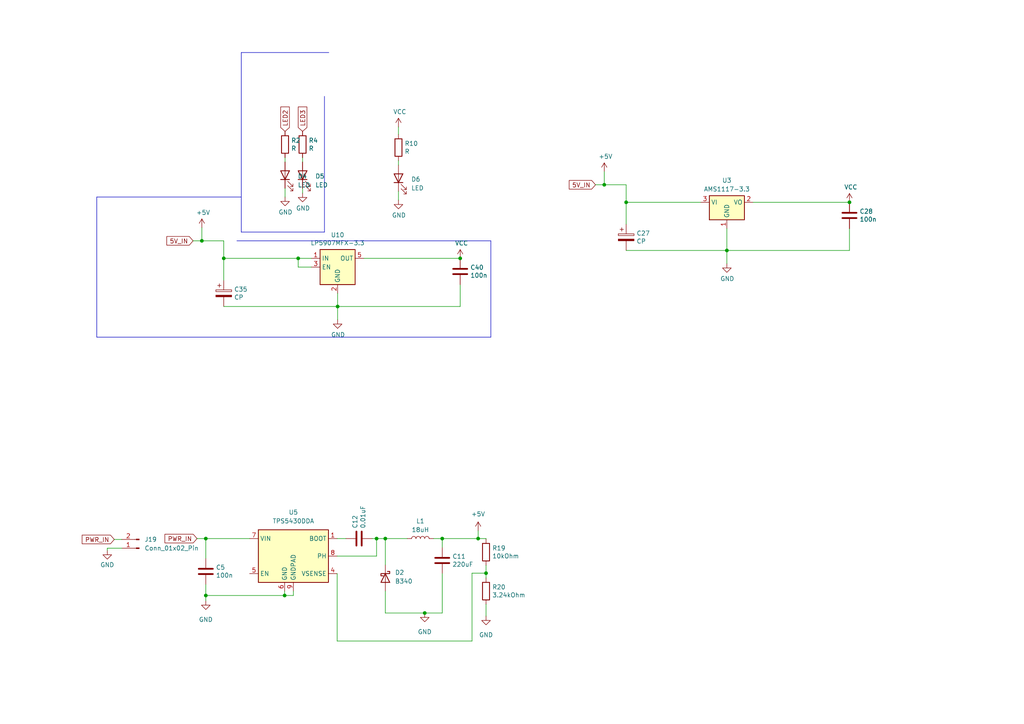
<source format=kicad_sch>
(kicad_sch (version 20230121) (generator eeschema)

  (uuid b3893a72-7d7b-4037-bcac-f246ddbad00e)

  (paper "A4")

  (lib_symbols
    (symbol "Connector:Conn_01x02_Pin" (pin_names (offset 1.016) hide) (in_bom yes) (on_board yes)
      (property "Reference" "J" (at 0 2.54 0)
        (effects (font (size 1.27 1.27)))
      )
      (property "Value" "Conn_01x02_Pin" (at 0 -5.08 0)
        (effects (font (size 1.27 1.27)))
      )
      (property "Footprint" "" (at 0 0 0)
        (effects (font (size 1.27 1.27)) hide)
      )
      (property "Datasheet" "~" (at 0 0 0)
        (effects (font (size 1.27 1.27)) hide)
      )
      (property "ki_locked" "" (at 0 0 0)
        (effects (font (size 1.27 1.27)))
      )
      (property "ki_keywords" "connector" (at 0 0 0)
        (effects (font (size 1.27 1.27)) hide)
      )
      (property "ki_description" "Generic connector, single row, 01x02, script generated" (at 0 0 0)
        (effects (font (size 1.27 1.27)) hide)
      )
      (property "ki_fp_filters" "Connector*:*_1x??_*" (at 0 0 0)
        (effects (font (size 1.27 1.27)) hide)
      )
      (symbol "Conn_01x02_Pin_1_1"
        (polyline
          (pts
            (xy 1.27 -2.54)
            (xy 0.8636 -2.54)
          )
          (stroke (width 0.1524) (type default))
          (fill (type none))
        )
        (polyline
          (pts
            (xy 1.27 0)
            (xy 0.8636 0)
          )
          (stroke (width 0.1524) (type default))
          (fill (type none))
        )
        (rectangle (start 0.8636 -2.413) (end 0 -2.667)
          (stroke (width 0.1524) (type default))
          (fill (type outline))
        )
        (rectangle (start 0.8636 0.127) (end 0 -0.127)
          (stroke (width 0.1524) (type default))
          (fill (type outline))
        )
        (pin passive line (at 5.08 0 180) (length 3.81)
          (name "Pin_1" (effects (font (size 1.27 1.27))))
          (number "1" (effects (font (size 1.27 1.27))))
        )
        (pin passive line (at 5.08 -2.54 180) (length 3.81)
          (name "Pin_2" (effects (font (size 1.27 1.27))))
          (number "2" (effects (font (size 1.27 1.27))))
        )
      )
    )
    (symbol "Device:C" (pin_numbers hide) (pin_names (offset 0.254)) (in_bom yes) (on_board yes)
      (property "Reference" "C" (at 0.635 2.54 0)
        (effects (font (size 1.27 1.27)) (justify left))
      )
      (property "Value" "C" (at 0.635 -2.54 0)
        (effects (font (size 1.27 1.27)) (justify left))
      )
      (property "Footprint" "" (at 0.9652 -3.81 0)
        (effects (font (size 1.27 1.27)) hide)
      )
      (property "Datasheet" "~" (at 0 0 0)
        (effects (font (size 1.27 1.27)) hide)
      )
      (property "ki_keywords" "cap capacitor" (at 0 0 0)
        (effects (font (size 1.27 1.27)) hide)
      )
      (property "ki_description" "Unpolarized capacitor" (at 0 0 0)
        (effects (font (size 1.27 1.27)) hide)
      )
      (property "ki_fp_filters" "C_*" (at 0 0 0)
        (effects (font (size 1.27 1.27)) hide)
      )
      (symbol "C_0_1"
        (polyline
          (pts
            (xy -2.032 -0.762)
            (xy 2.032 -0.762)
          )
          (stroke (width 0.508) (type default))
          (fill (type none))
        )
        (polyline
          (pts
            (xy -2.032 0.762)
            (xy 2.032 0.762)
          )
          (stroke (width 0.508) (type default))
          (fill (type none))
        )
      )
      (symbol "C_1_1"
        (pin passive line (at 0 3.81 270) (length 2.794)
          (name "~" (effects (font (size 1.27 1.27))))
          (number "1" (effects (font (size 1.27 1.27))))
        )
        (pin passive line (at 0 -3.81 90) (length 2.794)
          (name "~" (effects (font (size 1.27 1.27))))
          (number "2" (effects (font (size 1.27 1.27))))
        )
      )
    )
    (symbol "Device:L" (pin_numbers hide) (pin_names (offset 1.016) hide) (in_bom yes) (on_board yes)
      (property "Reference" "L" (at -1.27 0 90)
        (effects (font (size 1.27 1.27)))
      )
      (property "Value" "L" (at 1.905 0 90)
        (effects (font (size 1.27 1.27)))
      )
      (property "Footprint" "" (at 0 0 0)
        (effects (font (size 1.27 1.27)) hide)
      )
      (property "Datasheet" "~" (at 0 0 0)
        (effects (font (size 1.27 1.27)) hide)
      )
      (property "ki_keywords" "inductor choke coil reactor magnetic" (at 0 0 0)
        (effects (font (size 1.27 1.27)) hide)
      )
      (property "ki_description" "Inductor" (at 0 0 0)
        (effects (font (size 1.27 1.27)) hide)
      )
      (property "ki_fp_filters" "Choke_* *Coil* Inductor_* L_*" (at 0 0 0)
        (effects (font (size 1.27 1.27)) hide)
      )
      (symbol "L_0_1"
        (arc (start 0 -2.54) (mid 0.6323 -1.905) (end 0 -1.27)
          (stroke (width 0) (type default))
          (fill (type none))
        )
        (arc (start 0 -1.27) (mid 0.6323 -0.635) (end 0 0)
          (stroke (width 0) (type default))
          (fill (type none))
        )
        (arc (start 0 0) (mid 0.6323 0.635) (end 0 1.27)
          (stroke (width 0) (type default))
          (fill (type none))
        )
        (arc (start 0 1.27) (mid 0.6323 1.905) (end 0 2.54)
          (stroke (width 0) (type default))
          (fill (type none))
        )
      )
      (symbol "L_1_1"
        (pin passive line (at 0 3.81 270) (length 1.27)
          (name "1" (effects (font (size 1.27 1.27))))
          (number "1" (effects (font (size 1.27 1.27))))
        )
        (pin passive line (at 0 -3.81 90) (length 1.27)
          (name "2" (effects (font (size 1.27 1.27))))
          (number "2" (effects (font (size 1.27 1.27))))
        )
      )
    )
    (symbol "Device:LED" (pin_numbers hide) (pin_names (offset 1.016) hide) (in_bom yes) (on_board yes)
      (property "Reference" "D" (at 0 2.54 0)
        (effects (font (size 1.27 1.27)))
      )
      (property "Value" "LED" (at 0 -2.54 0)
        (effects (font (size 1.27 1.27)))
      )
      (property "Footprint" "" (at 0 0 0)
        (effects (font (size 1.27 1.27)) hide)
      )
      (property "Datasheet" "~" (at 0 0 0)
        (effects (font (size 1.27 1.27)) hide)
      )
      (property "ki_keywords" "LED diode" (at 0 0 0)
        (effects (font (size 1.27 1.27)) hide)
      )
      (property "ki_description" "Light emitting diode" (at 0 0 0)
        (effects (font (size 1.27 1.27)) hide)
      )
      (property "ki_fp_filters" "LED* LED_SMD:* LED_THT:*" (at 0 0 0)
        (effects (font (size 1.27 1.27)) hide)
      )
      (symbol "LED_0_1"
        (polyline
          (pts
            (xy -1.27 -1.27)
            (xy -1.27 1.27)
          )
          (stroke (width 0.254) (type default))
          (fill (type none))
        )
        (polyline
          (pts
            (xy -1.27 0)
            (xy 1.27 0)
          )
          (stroke (width 0) (type default))
          (fill (type none))
        )
        (polyline
          (pts
            (xy 1.27 -1.27)
            (xy 1.27 1.27)
            (xy -1.27 0)
            (xy 1.27 -1.27)
          )
          (stroke (width 0.254) (type default))
          (fill (type none))
        )
        (polyline
          (pts
            (xy -3.048 -0.762)
            (xy -4.572 -2.286)
            (xy -3.81 -2.286)
            (xy -4.572 -2.286)
            (xy -4.572 -1.524)
          )
          (stroke (width 0) (type default))
          (fill (type none))
        )
        (polyline
          (pts
            (xy -1.778 -0.762)
            (xy -3.302 -2.286)
            (xy -2.54 -2.286)
            (xy -3.302 -2.286)
            (xy -3.302 -1.524)
          )
          (stroke (width 0) (type default))
          (fill (type none))
        )
      )
      (symbol "LED_1_1"
        (pin passive line (at -3.81 0 0) (length 2.54)
          (name "K" (effects (font (size 1.27 1.27))))
          (number "1" (effects (font (size 1.27 1.27))))
        )
        (pin passive line (at 3.81 0 180) (length 2.54)
          (name "A" (effects (font (size 1.27 1.27))))
          (number "2" (effects (font (size 1.27 1.27))))
        )
      )
    )
    (symbol "Device:R" (pin_numbers hide) (pin_names (offset 0)) (in_bom yes) (on_board yes)
      (property "Reference" "R" (at 2.032 0 90)
        (effects (font (size 1.27 1.27)))
      )
      (property "Value" "R" (at 0 0 90)
        (effects (font (size 1.27 1.27)))
      )
      (property "Footprint" "" (at -1.778 0 90)
        (effects (font (size 1.27 1.27)) hide)
      )
      (property "Datasheet" "~" (at 0 0 0)
        (effects (font (size 1.27 1.27)) hide)
      )
      (property "ki_keywords" "R res resistor" (at 0 0 0)
        (effects (font (size 1.27 1.27)) hide)
      )
      (property "ki_description" "Resistor" (at 0 0 0)
        (effects (font (size 1.27 1.27)) hide)
      )
      (property "ki_fp_filters" "R_*" (at 0 0 0)
        (effects (font (size 1.27 1.27)) hide)
      )
      (symbol "R_0_1"
        (rectangle (start -1.016 -2.54) (end 1.016 2.54)
          (stroke (width 0.254) (type default))
          (fill (type none))
        )
      )
      (symbol "R_1_1"
        (pin passive line (at 0 3.81 270) (length 1.27)
          (name "~" (effects (font (size 1.27 1.27))))
          (number "1" (effects (font (size 1.27 1.27))))
        )
        (pin passive line (at 0 -3.81 90) (length 1.27)
          (name "~" (effects (font (size 1.27 1.27))))
          (number "2" (effects (font (size 1.27 1.27))))
        )
      )
    )
    (symbol "Diode:B340" (pin_numbers hide) (pin_names (offset 1.016) hide) (in_bom yes) (on_board yes)
      (property "Reference" "D" (at 0 2.54 0)
        (effects (font (size 1.27 1.27)))
      )
      (property "Value" "B340" (at 0 -2.54 0)
        (effects (font (size 1.27 1.27)))
      )
      (property "Footprint" "Diode_SMD:D_SMC" (at 0 -4.445 0)
        (effects (font (size 1.27 1.27)) hide)
      )
      (property "Datasheet" "http://www.jameco.com/Jameco/Products/ProdDS/1538777.pdf" (at 0 0 0)
        (effects (font (size 1.27 1.27)) hide)
      )
      (property "ki_keywords" "diode Schottky" (at 0 0 0)
        (effects (font (size 1.27 1.27)) hide)
      )
      (property "ki_description" "40V 3A Schottky Barrier Rectifier Diode, SMC" (at 0 0 0)
        (effects (font (size 1.27 1.27)) hide)
      )
      (property "ki_fp_filters" "D*SMC*" (at 0 0 0)
        (effects (font (size 1.27 1.27)) hide)
      )
      (symbol "B340_0_1"
        (polyline
          (pts
            (xy 1.27 0)
            (xy -1.27 0)
          )
          (stroke (width 0) (type default))
          (fill (type none))
        )
        (polyline
          (pts
            (xy 1.27 1.27)
            (xy 1.27 -1.27)
            (xy -1.27 0)
            (xy 1.27 1.27)
          )
          (stroke (width 0.254) (type default))
          (fill (type none))
        )
        (polyline
          (pts
            (xy -1.905 0.635)
            (xy -1.905 1.27)
            (xy -1.27 1.27)
            (xy -1.27 -1.27)
            (xy -0.635 -1.27)
            (xy -0.635 -0.635)
          )
          (stroke (width 0.254) (type default))
          (fill (type none))
        )
      )
      (symbol "B340_1_1"
        (pin passive line (at -3.81 0 0) (length 2.54)
          (name "K" (effects (font (size 1.27 1.27))))
          (number "1" (effects (font (size 1.27 1.27))))
        )
        (pin passive line (at 3.81 0 180) (length 2.54)
          (name "A" (effects (font (size 1.27 1.27))))
          (number "2" (effects (font (size 1.27 1.27))))
        )
      )
    )
    (symbol "GND_1" (power) (pin_names (offset 0)) (in_bom yes) (on_board yes)
      (property "Reference" "#PWR" (at 0 -6.35 0)
        (effects (font (size 1.27 1.27)) hide)
      )
      (property "Value" "GND_1" (at 0 -3.81 0)
        (effects (font (size 1.27 1.27)))
      )
      (property "Footprint" "" (at 0 0 0)
        (effects (font (size 1.27 1.27)) hide)
      )
      (property "Datasheet" "" (at 0 0 0)
        (effects (font (size 1.27 1.27)) hide)
      )
      (property "ki_keywords" "global power" (at 0 0 0)
        (effects (font (size 1.27 1.27)) hide)
      )
      (property "ki_description" "Power symbol creates a global label with name \"GND\" , ground" (at 0 0 0)
        (effects (font (size 1.27 1.27)) hide)
      )
      (symbol "GND_1_0_1"
        (polyline
          (pts
            (xy 0 0)
            (xy 0 -1.27)
            (xy 1.27 -1.27)
            (xy 0 -2.54)
            (xy -1.27 -1.27)
            (xy 0 -1.27)
          )
          (stroke (width 0) (type default))
          (fill (type none))
        )
      )
      (symbol "GND_1_1_1"
        (pin power_in line (at 0 0 270) (length 0) hide
          (name "GND" (effects (font (size 1.27 1.27))))
          (number "1" (effects (font (size 1.27 1.27))))
        )
      )
    )
    (symbol "Pixracer_clone-rescue:CP-Device" (pin_numbers hide) (pin_names (offset 0.254)) (in_bom yes) (on_board yes)
      (property "Reference" "C" (at 0.635 2.54 0)
        (effects (font (size 1.27 1.27)) (justify left))
      )
      (property "Value" "CP-Device" (at 0.635 -2.54 0)
        (effects (font (size 1.27 1.27)) (justify left))
      )
      (property "Footprint" "" (at 0.9652 -3.81 0)
        (effects (font (size 1.27 1.27)) hide)
      )
      (property "Datasheet" "" (at 0 0 0)
        (effects (font (size 1.27 1.27)) hide)
      )
      (property "ki_fp_filters" "CP_*" (at 0 0 0)
        (effects (font (size 1.27 1.27)) hide)
      )
      (symbol "CP-Device_0_1"
        (rectangle (start -2.286 0.508) (end 2.286 1.016)
          (stroke (width 0) (type default))
          (fill (type none))
        )
        (polyline
          (pts
            (xy -1.778 2.286)
            (xy -0.762 2.286)
          )
          (stroke (width 0) (type default))
          (fill (type none))
        )
        (polyline
          (pts
            (xy -1.27 2.794)
            (xy -1.27 1.778)
          )
          (stroke (width 0) (type default))
          (fill (type none))
        )
        (rectangle (start 2.286 -0.508) (end -2.286 -1.016)
          (stroke (width 0) (type default))
          (fill (type outline))
        )
      )
      (symbol "CP-Device_1_1"
        (pin passive line (at 0 3.81 270) (length 2.794)
          (name "~" (effects (font (size 1.27 1.27))))
          (number "1" (effects (font (size 1.27 1.27))))
        )
        (pin passive line (at 0 -3.81 90) (length 2.794)
          (name "~" (effects (font (size 1.27 1.27))))
          (number "2" (effects (font (size 1.27 1.27))))
        )
      )
    )
    (symbol "Regulator_Linear:AMS1117-3.3" (in_bom yes) (on_board yes)
      (property "Reference" "U" (at -3.81 3.175 0)
        (effects (font (size 1.27 1.27)))
      )
      (property "Value" "AMS1117-3.3" (at 0 3.175 0)
        (effects (font (size 1.27 1.27)) (justify left))
      )
      (property "Footprint" "Package_TO_SOT_SMD:SOT-223-3_TabPin2" (at 0 5.08 0)
        (effects (font (size 1.27 1.27)) hide)
      )
      (property "Datasheet" "http://www.advanced-monolithic.com/pdf/ds1117.pdf" (at 2.54 -6.35 0)
        (effects (font (size 1.27 1.27)) hide)
      )
      (property "ki_keywords" "linear regulator ldo fixed positive" (at 0 0 0)
        (effects (font (size 1.27 1.27)) hide)
      )
      (property "ki_description" "1A Low Dropout regulator, positive, 3.3V fixed output, SOT-223" (at 0 0 0)
        (effects (font (size 1.27 1.27)) hide)
      )
      (property "ki_fp_filters" "SOT?223*TabPin2*" (at 0 0 0)
        (effects (font (size 1.27 1.27)) hide)
      )
      (symbol "AMS1117-3.3_0_1"
        (rectangle (start -5.08 -5.08) (end 5.08 1.905)
          (stroke (width 0.254) (type default))
          (fill (type background))
        )
      )
      (symbol "AMS1117-3.3_1_1"
        (pin power_in line (at 0 -7.62 90) (length 2.54)
          (name "GND" (effects (font (size 1.27 1.27))))
          (number "1" (effects (font (size 1.27 1.27))))
        )
        (pin power_out line (at 7.62 0 180) (length 2.54)
          (name "VO" (effects (font (size 1.27 1.27))))
          (number "2" (effects (font (size 1.27 1.27))))
        )
        (pin power_in line (at -7.62 0 0) (length 2.54)
          (name "VI" (effects (font (size 1.27 1.27))))
          (number "3" (effects (font (size 1.27 1.27))))
        )
      )
    )
    (symbol "Regulator_Linear:LP5907MFX-3.3" (in_bom yes) (on_board yes)
      (property "Reference" "U" (at -3.81 6.35 0)
        (effects (font (size 1.27 1.27)))
      )
      (property "Value" "LP5907MFX-3.3" (at 6.35 6.35 0)
        (effects (font (size 1.27 1.27)))
      )
      (property "Footprint" "Package_TO_SOT_SMD:SOT-23-5" (at 0 8.89 0)
        (effects (font (size 1.27 1.27)) hide)
      )
      (property "Datasheet" "http://www.ti.com/lit/ds/symlink/lp5907.pdf" (at 0 12.7 0)
        (effects (font (size 1.27 1.27)) hide)
      )
      (property "ki_keywords" "Single Output LDO Low-Noise" (at 0 0 0)
        (effects (font (size 1.27 1.27)) hide)
      )
      (property "ki_description" "250-mA Ultra-Low-Noise Low-IQ LDO, 3.3V, SOT-23" (at 0 0 0)
        (effects (font (size 1.27 1.27)) hide)
      )
      (property "ki_fp_filters" "SOT?23*" (at 0 0 0)
        (effects (font (size 1.27 1.27)) hide)
      )
      (symbol "LP5907MFX-3.3_0_1"
        (rectangle (start -5.08 -5.08) (end 5.08 5.08)
          (stroke (width 0.254) (type default))
          (fill (type background))
        )
        (pin power_in line (at -7.62 2.54 0) (length 2.54)
          (name "IN" (effects (font (size 1.27 1.27))))
          (number "1" (effects (font (size 1.27 1.27))))
        )
        (pin power_in line (at 0 -7.62 90) (length 2.54)
          (name "GND" (effects (font (size 1.27 1.27))))
          (number "2" (effects (font (size 1.27 1.27))))
        )
        (pin input line (at -7.62 0 0) (length 2.54)
          (name "EN" (effects (font (size 1.27 1.27))))
          (number "3" (effects (font (size 1.27 1.27))))
        )
        (pin no_connect line (at 5.08 0 180) (length 2.54) hide
          (name "NC" (effects (font (size 1.27 1.27))))
          (number "4" (effects (font (size 1.27 1.27))))
        )
        (pin power_out line (at 7.62 2.54 180) (length 2.54)
          (name "OUT" (effects (font (size 1.27 1.27))))
          (number "5" (effects (font (size 1.27 1.27))))
        )
      )
    )
    (symbol "Regulator_Switching:TPS5430DDA" (in_bom yes) (on_board yes)
      (property "Reference" "U" (at -10.16 8.89 0)
        (effects (font (size 1.27 1.27)) (justify left))
      )
      (property "Value" "TPS5430DDA" (at -1.27 8.89 0)
        (effects (font (size 1.27 1.27)) (justify left))
      )
      (property "Footprint" "Package_SO:TI_SO-PowerPAD-8_ThermalVias" (at 1.27 -8.89 0)
        (effects (font (size 1.27 1.27) italic) (justify left) hide)
      )
      (property "Datasheet" "http://www.ti.com/lit/ds/symlink/tps5430.pdf" (at 0 0 0)
        (effects (font (size 1.27 1.27)) hide)
      )
      (property "ki_keywords" "Step-Down DC-DC Switching Regulator" (at 0 0 0)
        (effects (font (size 1.27 1.27)) hide)
      )
      (property "ki_description" "3A, Step Down Swift Converter, Adjustable Output Voltage, 5.5-36V Input Voltage, PowerSO-8" (at 0 0 0)
        (effects (font (size 1.27 1.27)) hide)
      )
      (property "ki_fp_filters" "TI*SO*PowerPAD*ThermalVias*" (at 0 0 0)
        (effects (font (size 1.27 1.27)) hide)
      )
      (symbol "TPS5430DDA_0_1"
        (rectangle (start -10.16 7.62) (end 10.16 -7.62)
          (stroke (width 0.254) (type default))
          (fill (type background))
        )
      )
      (symbol "TPS5430DDA_1_1"
        (pin input line (at 12.7 5.08 180) (length 2.54)
          (name "BOOT" (effects (font (size 1.27 1.27))))
          (number "1" (effects (font (size 1.27 1.27))))
        )
        (pin no_connect line (at -10.16 2.54 0) (length 2.54) hide
          (name "NC" (effects (font (size 1.27 1.27))))
          (number "2" (effects (font (size 1.27 1.27))))
        )
        (pin no_connect line (at -10.16 -2.54 0) (length 2.54) hide
          (name "NC" (effects (font (size 1.27 1.27))))
          (number "3" (effects (font (size 1.27 1.27))))
        )
        (pin input line (at 12.7 -5.08 180) (length 2.54)
          (name "VSENSE" (effects (font (size 1.27 1.27))))
          (number "4" (effects (font (size 1.27 1.27))))
        )
        (pin input line (at -12.7 -5.08 0) (length 2.54)
          (name "EN" (effects (font (size 1.27 1.27))))
          (number "5" (effects (font (size 1.27 1.27))))
        )
        (pin power_in line (at -2.54 -10.16 90) (length 2.54)
          (name "GND" (effects (font (size 1.27 1.27))))
          (number "6" (effects (font (size 1.27 1.27))))
        )
        (pin power_in line (at -12.7 5.08 0) (length 2.54)
          (name "VIN" (effects (font (size 1.27 1.27))))
          (number "7" (effects (font (size 1.27 1.27))))
        )
        (pin output line (at 12.7 0 180) (length 2.54)
          (name "PH" (effects (font (size 1.27 1.27))))
          (number "8" (effects (font (size 1.27 1.27))))
        )
        (pin power_in line (at 0 -10.16 90) (length 2.54)
          (name "GNDPAD" (effects (font (size 1.27 1.27))))
          (number "9" (effects (font (size 1.27 1.27))))
        )
      )
    )
    (symbol "power:+5V" (power) (pin_names (offset 0)) (in_bom yes) (on_board yes)
      (property "Reference" "#PWR" (at 0 -3.81 0)
        (effects (font (size 1.27 1.27)) hide)
      )
      (property "Value" "+5V" (at 0 3.556 0)
        (effects (font (size 1.27 1.27)))
      )
      (property "Footprint" "" (at 0 0 0)
        (effects (font (size 1.27 1.27)) hide)
      )
      (property "Datasheet" "" (at 0 0 0)
        (effects (font (size 1.27 1.27)) hide)
      )
      (property "ki_keywords" "power-flag" (at 0 0 0)
        (effects (font (size 1.27 1.27)) hide)
      )
      (property "ki_description" "Power symbol creates a global label with name \"+5V\"" (at 0 0 0)
        (effects (font (size 1.27 1.27)) hide)
      )
      (symbol "+5V_0_1"
        (polyline
          (pts
            (xy -0.762 1.27)
            (xy 0 2.54)
          )
          (stroke (width 0) (type default))
          (fill (type none))
        )
        (polyline
          (pts
            (xy 0 0)
            (xy 0 2.54)
          )
          (stroke (width 0) (type default))
          (fill (type none))
        )
        (polyline
          (pts
            (xy 0 2.54)
            (xy 0.762 1.27)
          )
          (stroke (width 0) (type default))
          (fill (type none))
        )
      )
      (symbol "+5V_1_1"
        (pin power_in line (at 0 0 90) (length 0) hide
          (name "+5V" (effects (font (size 1.27 1.27))))
          (number "1" (effects (font (size 1.27 1.27))))
        )
      )
    )
    (symbol "power:GND" (power) (pin_names (offset 0)) (in_bom yes) (on_board yes)
      (property "Reference" "#PWR" (at 0 -6.35 0)
        (effects (font (size 1.27 1.27)) hide)
      )
      (property "Value" "GND" (at 0 -3.81 0)
        (effects (font (size 1.27 1.27)))
      )
      (property "Footprint" "" (at 0 0 0)
        (effects (font (size 1.27 1.27)) hide)
      )
      (property "Datasheet" "" (at 0 0 0)
        (effects (font (size 1.27 1.27)) hide)
      )
      (property "ki_keywords" "power-flag" (at 0 0 0)
        (effects (font (size 1.27 1.27)) hide)
      )
      (property "ki_description" "Power symbol creates a global label with name \"GND\" , ground" (at 0 0 0)
        (effects (font (size 1.27 1.27)) hide)
      )
      (symbol "GND_0_1"
        (polyline
          (pts
            (xy 0 0)
            (xy 0 -1.27)
            (xy 1.27 -1.27)
            (xy 0 -2.54)
            (xy -1.27 -1.27)
            (xy 0 -1.27)
          )
          (stroke (width 0) (type default))
          (fill (type none))
        )
      )
      (symbol "GND_1_1"
        (pin power_in line (at 0 0 270) (length 0) hide
          (name "GND" (effects (font (size 1.27 1.27))))
          (number "1" (effects (font (size 1.27 1.27))))
        )
      )
    )
    (symbol "power:VCC" (power) (pin_names (offset 0)) (in_bom yes) (on_board yes)
      (property "Reference" "#PWR" (at 0 -3.81 0)
        (effects (font (size 1.27 1.27)) hide)
      )
      (property "Value" "VCC" (at 0 3.81 0)
        (effects (font (size 1.27 1.27)))
      )
      (property "Footprint" "" (at 0 0 0)
        (effects (font (size 1.27 1.27)) hide)
      )
      (property "Datasheet" "" (at 0 0 0)
        (effects (font (size 1.27 1.27)) hide)
      )
      (property "ki_keywords" "power-flag" (at 0 0 0)
        (effects (font (size 1.27 1.27)) hide)
      )
      (property "ki_description" "Power symbol creates a global label with name \"VCC\"" (at 0 0 0)
        (effects (font (size 1.27 1.27)) hide)
      )
      (symbol "VCC_0_1"
        (polyline
          (pts
            (xy -0.762 1.27)
            (xy 0 2.54)
          )
          (stroke (width 0) (type default))
          (fill (type none))
        )
        (polyline
          (pts
            (xy 0 0)
            (xy 0 2.54)
          )
          (stroke (width 0) (type default))
          (fill (type none))
        )
        (polyline
          (pts
            (xy 0 2.54)
            (xy 0.762 1.27)
          )
          (stroke (width 0) (type default))
          (fill (type none))
        )
      )
      (symbol "VCC_1_1"
        (pin power_in line (at 0 0 90) (length 0) hide
          (name "VCC" (effects (font (size 1.27 1.27))))
          (number "1" (effects (font (size 1.27 1.27))))
        )
      )
    )
  )

  (junction (at 59.69 172.72) (diameter 0) (color 0 0 0 0)
    (uuid 2dcaf1b0-6599-464c-933d-2d52409fce07)
  )
  (junction (at 138.684 156.21) (diameter 0) (color 0 0 0 0)
    (uuid 444032c4-c7fe-4f43-8e0c-6cfb8ba9aa5d)
  )
  (junction (at 58.547 69.85) (diameter 0) (color 0 0 0 0)
    (uuid 4c051ca5-1c4c-42a4-aa78-d22e2d70daca)
  )
  (junction (at 140.97 166.243) (diameter 0) (color 0 0 0 0)
    (uuid 530b9d0b-b42c-46b7-8439-6fe0be31ad65)
  )
  (junction (at 246.38 58.674) (diameter 0) (color 0 0 0 0)
    (uuid 53f20746-8dc4-457e-a424-6ceb037d8550)
  )
  (junction (at 123.19 177.8) (diameter 0) (color 0 0 0 0)
    (uuid 5dabb05c-4e03-462d-9176-374345a8d82c)
  )
  (junction (at 86.487 74.93) (diameter 0) (color 0 0 0 0)
    (uuid 612601bf-1093-4fb0-8e3e-04d776235a26)
  )
  (junction (at 128.27 156.21) (diameter 0) (color 0 0 0 0)
    (uuid 68f7467c-72f5-4f21-a176-8b46191add1b)
  )
  (junction (at 82.55 172.72) (diameter 0) (color 0 0 0 0)
    (uuid 6d486173-fa0b-42cf-9799-16a8296f2fef)
  )
  (junction (at 181.61 58.674) (diameter 0) (color 0 0 0 0)
    (uuid 8adef0eb-602f-4f55-9e7a-7e148a872e37)
  )
  (junction (at 133.477 74.93) (diameter 0) (color 0 0 0 0)
    (uuid 92eb4f65-3d67-45d6-8197-83fd81768032)
  )
  (junction (at 97.917 88.9) (diameter 0) (color 0 0 0 0)
    (uuid 947a4999-da3b-4f75-97b3-d4a5e583602b)
  )
  (junction (at 59.69 156.21) (diameter 0) (color 0 0 0 0)
    (uuid 949fbf4e-0f1e-471e-974e-b14bbfa35365)
  )
  (junction (at 64.897 74.93) (diameter 0) (color 0 0 0 0)
    (uuid 94c6359b-1963-454c-9d2a-5a57a4ffd1aa)
  )
  (junction (at 111.76 156.21) (diameter 0) (color 0 0 0 0)
    (uuid 9e63ea7c-ab53-40c9-8ca8-900441bb558a)
  )
  (junction (at 210.82 72.644) (diameter 0) (color 0 0 0 0)
    (uuid d6432bb2-6bb3-44a6-9399-1ea0bdedb294)
  )
  (junction (at 175.26 53.594) (diameter 0) (color 0 0 0 0)
    (uuid dad87d2d-3691-4621-9ab4-5ba5fc665317)
  )
  (junction (at 109.22 156.21) (diameter 0) (color 0 0 0 0)
    (uuid dd7297b6-523b-4323-9b62-0ee31b19a97d)
  )

  (wire (pts (xy 109.22 156.21) (xy 109.22 161.29))
    (stroke (width 0) (type default))
    (uuid 00882aab-6daf-46e4-8e37-39bcf42cf8f6)
  )
  (wire (pts (xy 140.97 166.243) (xy 140.97 167.64))
    (stroke (width 0) (type default))
    (uuid 071ac891-db96-4204-a570-2e0a8bc8a530)
  )
  (wire (pts (xy 97.79 185.928) (xy 136.906 185.928))
    (stroke (width 0) (type default))
    (uuid 0999a9f1-324e-41fd-a819-f06b4447ee65)
  )
  (wire (pts (xy 115.57 46.609) (xy 115.57 47.879))
    (stroke (width 0) (type default))
    (uuid 0c35a393-a5fd-4e2f-9333-3fed5f7df617)
  )
  (polyline (pts (xy 28.067 57.15) (xy 69.977 57.15))
    (stroke (width 0) (type default))
    (uuid 1508a990-5e17-4060-8444-cd4e726c3888)
  )

  (wire (pts (xy 64.897 74.93) (xy 64.897 69.85))
    (stroke (width 0) (type default))
    (uuid 1524c2e3-6d2f-4d91-8b17-6a5cef2162e9)
  )
  (wire (pts (xy 175.26 53.594) (xy 181.61 53.594))
    (stroke (width 0) (type default))
    (uuid 19d2156f-0611-4576-aa81-9e10895f4f36)
  )
  (wire (pts (xy 109.22 156.21) (xy 111.76 156.21))
    (stroke (width 0) (type default))
    (uuid 1d4b74d0-a1f4-415e-ae7d-70ef873b938e)
  )
  (wire (pts (xy 85.09 172.72) (xy 85.09 171.45))
    (stroke (width 0) (type default))
    (uuid 237d40e4-38d4-4d31-8da3-81d913b139a2)
  )
  (wire (pts (xy 35.306 159.004) (xy 31.115 159.004))
    (stroke (width 0) (type default))
    (uuid 2689286f-3cbd-4f2c-baf5-f24c3a061729)
  )
  (wire (pts (xy 125.73 156.21) (xy 128.27 156.21))
    (stroke (width 0) (type default))
    (uuid 290ffb88-ab4c-46ef-a3a1-66072e5b9e68)
  )
  (wire (pts (xy 181.61 58.674) (xy 181.61 53.594))
    (stroke (width 0) (type default))
    (uuid 29b7b9f3-8707-451d-b784-cd0b31af4bf6)
  )
  (wire (pts (xy 82.55 171.45) (xy 82.55 172.72))
    (stroke (width 0) (type default))
    (uuid 2be48d75-b7e8-4247-8525-e7229ceb6a52)
  )
  (wire (pts (xy 82.55 172.72) (xy 85.09 172.72))
    (stroke (width 0) (type default))
    (uuid 2ed9b400-a9bc-47d0-a056-8f01612098f3)
  )
  (wire (pts (xy 82.677 54.61) (xy 82.677 57.15))
    (stroke (width 0) (type default))
    (uuid 33a22f3d-b1db-4498-89a9-29737b394b94)
  )
  (wire (pts (xy 82.677 45.72) (xy 82.677 46.99))
    (stroke (width 0) (type default))
    (uuid 3503cdc5-e993-4c7d-9f2b-689fdf20899b)
  )
  (wire (pts (xy 111.76 156.21) (xy 118.11 156.21))
    (stroke (width 0) (type default))
    (uuid 3588e1f5-ee58-4169-8934-607d049afb43)
  )
  (wire (pts (xy 97.917 88.9) (xy 133.477 88.9))
    (stroke (width 0) (type default))
    (uuid 37ae7156-b6f7-4f24-8673-abff46a2b5b0)
  )
  (polyline (pts (xy 28.067 97.79) (xy 142.367 97.79))
    (stroke (width 0) (type default))
    (uuid 3a5da444-94a5-4ad1-8705-0b5df5ee3e03)
  )

  (wire (pts (xy 210.82 66.294) (xy 210.82 72.644))
    (stroke (width 0) (type default))
    (uuid 3a6e6c5d-4b13-40fd-bc9f-026fc098a46b)
  )
  (wire (pts (xy 58.547 69.85) (xy 58.547 66.04))
    (stroke (width 0) (type default))
    (uuid 3a87e25f-1506-42a1-87e8-034b0c51e245)
  )
  (wire (pts (xy 57.15 156.21) (xy 59.69 156.21))
    (stroke (width 0) (type default))
    (uuid 3a91afc1-3136-434b-96f1-9ca2ea73bee7)
  )
  (wire (pts (xy 175.26 53.594) (xy 172.72 53.594))
    (stroke (width 0) (type default))
    (uuid 3bc7a939-d381-498a-b2b9-7a31b7810678)
  )
  (wire (pts (xy 181.61 65.024) (xy 181.61 58.674))
    (stroke (width 0) (type default))
    (uuid 3d5696a8-e3cb-4d93-9247-941038d44237)
  )
  (wire (pts (xy 138.684 156.21) (xy 138.684 153.924))
    (stroke (width 0) (type default))
    (uuid 42a7e2b7-c030-40e8-b616-195250979e17)
  )
  (wire (pts (xy 33.147 156.464) (xy 35.306 156.464))
    (stroke (width 0) (type default))
    (uuid 430d69ba-f269-4424-bdf6-9da597131ef1)
  )
  (wire (pts (xy 90.297 77.47) (xy 86.487 77.47))
    (stroke (width 0) (type default))
    (uuid 455144d3-0555-4c22-8b54-8af9e62f455d)
  )
  (wire (pts (xy 136.906 185.928) (xy 136.906 166.243))
    (stroke (width 0) (type default))
    (uuid 4950e6b7-e342-4835-a863-243d00516695)
  )
  (wire (pts (xy 181.61 72.644) (xy 210.82 72.644))
    (stroke (width 0) (type default))
    (uuid 4c5b0291-4cc4-40be-9d89-4fd8fb2a242f)
  )
  (wire (pts (xy 128.27 177.8) (xy 128.27 166.37))
    (stroke (width 0) (type default))
    (uuid 52aeb557-ea2c-4192-b943-2a3c306ed7d3)
  )
  (wire (pts (xy 138.684 156.21) (xy 140.97 156.21))
    (stroke (width 0) (type default))
    (uuid 532f4d2c-c7e1-4ed1-a256-66f20edb1a77)
  )
  (wire (pts (xy 97.79 166.37) (xy 97.79 185.928))
    (stroke (width 0) (type default))
    (uuid 53ce2daf-83bb-4260-8612-9148b3aacb6b)
  )
  (wire (pts (xy 97.917 88.9) (xy 97.917 85.09))
    (stroke (width 0) (type default))
    (uuid 56747c8c-cc54-4113-8f35-b88a7a1b59b8)
  )
  (wire (pts (xy 107.95 156.21) (xy 109.22 156.21))
    (stroke (width 0) (type default))
    (uuid 575c59a5-3734-4e3f-a39d-0bee561b6c46)
  )
  (wire (pts (xy 31.115 159.004) (xy 31.115 159.639))
    (stroke (width 0) (type default))
    (uuid 5e8c0896-8af8-4076-80f9-1e78940004f7)
  )
  (wire (pts (xy 97.79 161.29) (xy 109.22 161.29))
    (stroke (width 0) (type default))
    (uuid 631a12f0-39f0-46ca-9684-fa7a7024e703)
  )
  (wire (pts (xy 111.76 156.21) (xy 111.76 163.83))
    (stroke (width 0) (type default))
    (uuid 63346990-4733-4c82-94ca-f454f500032d)
  )
  (wire (pts (xy 97.917 88.9) (xy 97.917 92.71))
    (stroke (width 0) (type default))
    (uuid 6c26edd7-4a9f-4cbd-863c-ee712f050838)
  )
  (polyline (pts (xy 94.107 67.31) (xy 94.107 27.94))
    (stroke (width 0) (type default))
    (uuid 732340b6-aad6-4339-b704-7973d0045059)
  )

  (wire (pts (xy 86.487 74.93) (xy 90.297 74.93))
    (stroke (width 0) (type default))
    (uuid 75a19bad-c7ee-4f9f-ba8a-f6ee1fa7d732)
  )
  (wire (pts (xy 111.76 177.8) (xy 123.19 177.8))
    (stroke (width 0) (type default))
    (uuid 7b0409b9-a358-4bc9-8318-45e573e88728)
  )
  (wire (pts (xy 140.97 175.26) (xy 140.97 178.689))
    (stroke (width 0) (type default))
    (uuid 7e5836f6-28b1-4da8-b977-6c9752443832)
  )
  (wire (pts (xy 128.27 156.21) (xy 128.27 158.75))
    (stroke (width 0) (type default))
    (uuid 84345a59-9d41-4068-ba09-2998a0b3e926)
  )
  (wire (pts (xy 58.547 69.85) (xy 64.897 69.85))
    (stroke (width 0) (type default))
    (uuid 852601aa-51c2-430f-895e-3035be63c9fc)
  )
  (polyline (pts (xy 68.707 69.85) (xy 142.367 69.85))
    (stroke (width 0) (type default))
    (uuid 8f1a88b1-eae1-459e-8657-7d9c8c5a0c3d)
  )

  (wire (pts (xy 105.537 74.93) (xy 133.477 74.93))
    (stroke (width 0) (type default))
    (uuid 909bd9f8-3c34-4288-a5f1-aa47acf07f7b)
  )
  (wire (pts (xy 115.57 55.499) (xy 115.57 58.039))
    (stroke (width 0) (type default))
    (uuid 90dadae5-987e-4832-9108-982932c7400c)
  )
  (wire (pts (xy 58.547 69.85) (xy 56.007 69.85))
    (stroke (width 0) (type default))
    (uuid 92311cdc-1d8c-470d-a0be-ab53106dd768)
  )
  (polyline (pts (xy 28.067 57.15) (xy 28.067 97.79))
    (stroke (width 0) (type default))
    (uuid 9833d593-94cc-4499-90ca-bd82a6482f7f)
  )

  (wire (pts (xy 210.82 72.644) (xy 210.82 76.454))
    (stroke (width 0) (type default))
    (uuid 9c71367e-955f-4d83-a6b2-2bd91ad39b84)
  )
  (wire (pts (xy 59.69 156.21) (xy 72.39 156.21))
    (stroke (width 0) (type default))
    (uuid aa7381d5-8fcd-4a8f-9c37-ca4c6268c286)
  )
  (polyline (pts (xy 69.977 67.31) (xy 94.107 67.31))
    (stroke (width 0) (type default))
    (uuid b0d6d739-2686-493e-9444-2af0f4c76fad)
  )

  (wire (pts (xy 64.897 88.9) (xy 97.917 88.9))
    (stroke (width 0) (type default))
    (uuid b46a887d-f4b9-4cd4-a0f8-cdd0d84e5b68)
  )
  (wire (pts (xy 87.757 45.72) (xy 87.757 46.99))
    (stroke (width 0) (type default))
    (uuid b66145d7-e5a4-4199-aed4-53a3d046a3c6)
  )
  (wire (pts (xy 111.76 171.45) (xy 111.76 177.8))
    (stroke (width 0) (type default))
    (uuid bd5ef0e4-7b67-48bc-8167-53d706b7df7d)
  )
  (wire (pts (xy 140.97 163.957) (xy 140.97 166.243))
    (stroke (width 0) (type default))
    (uuid bd921e26-664a-4ffa-ae8b-4754d13677e0)
  )
  (wire (pts (xy 59.69 172.72) (xy 59.69 174.244))
    (stroke (width 0) (type default))
    (uuid be3b63e3-c749-4a32-aa05-b2d1421e7b9f)
  )
  (wire (pts (xy 59.69 156.21) (xy 59.69 161.925))
    (stroke (width 0) (type default))
    (uuid bf08d104-7a95-41b4-9c0e-82c8d5897da3)
  )
  (wire (pts (xy 64.897 81.28) (xy 64.897 74.93))
    (stroke (width 0) (type default))
    (uuid caf00e9f-b8c4-4508-b54c-66f50d36d8fb)
  )
  (wire (pts (xy 86.487 77.47) (xy 86.487 74.93))
    (stroke (width 0) (type default))
    (uuid cf996d28-7cb7-4daf-9b73-c036b5c933aa)
  )
  (wire (pts (xy 181.61 58.674) (xy 203.2 58.674))
    (stroke (width 0) (type default))
    (uuid d2a35b8b-3ab5-4aaa-b0fb-c1979a1cefbd)
  )
  (wire (pts (xy 97.79 156.21) (xy 100.33 156.21))
    (stroke (width 0) (type default))
    (uuid d407a05e-2cbf-4676-937c-9742ed187262)
  )
  (wire (pts (xy 128.27 156.21) (xy 138.684 156.21))
    (stroke (width 0) (type default))
    (uuid d455813f-2035-44a6-ae64-c678a53333e6)
  )
  (wire (pts (xy 175.26 53.594) (xy 175.26 49.784))
    (stroke (width 0) (type default))
    (uuid d4eec171-8973-46ab-8832-622012d477ff)
  )
  (polyline (pts (xy 69.977 15.24) (xy 69.977 67.31))
    (stroke (width 0) (type default))
    (uuid d65a7e15-cfad-4872-be63-1e77089eb297)
  )

  (wire (pts (xy 59.69 169.545) (xy 59.69 172.72))
    (stroke (width 0) (type default))
    (uuid dc472f1a-80c8-450f-bbf3-02928f8152a1)
  )
  (wire (pts (xy 140.97 156.337) (xy 140.97 156.21))
    (stroke (width 0) (type default))
    (uuid e536d588-2b3f-498c-a3ec-f4479bc59f43)
  )
  (wire (pts (xy 59.69 172.72) (xy 82.55 172.72))
    (stroke (width 0) (type default))
    (uuid e5b86b6a-6112-4f78-aab8-d4991ef97247)
  )
  (polyline (pts (xy 142.367 69.85) (xy 142.367 97.79))
    (stroke (width 0) (type default))
    (uuid ee63dba2-137f-4bd9-850f-6446d35f9206)
  )

  (wire (pts (xy 64.897 74.93) (xy 86.487 74.93))
    (stroke (width 0) (type default))
    (uuid f0177a06-f04f-4a28-ad55-2e0dc963e889)
  )
  (wire (pts (xy 123.19 177.8) (xy 128.27 177.8))
    (stroke (width 0) (type default))
    (uuid f0a17d0c-e165-4470-8ec0-066a6a4abb44)
  )
  (wire (pts (xy 133.477 88.9) (xy 133.477 82.55))
    (stroke (width 0) (type default))
    (uuid f2013049-890b-44ee-8865-99385ede64b8)
  )
  (wire (pts (xy 136.906 166.243) (xy 140.97 166.243))
    (stroke (width 0) (type default))
    (uuid f315c523-59b1-4e70-809a-1eca709e2502)
  )
  (wire (pts (xy 246.38 72.644) (xy 246.38 66.294))
    (stroke (width 0) (type default))
    (uuid f4df79b5-abd9-40a1-88f0-7e476e77c2a9)
  )
  (wire (pts (xy 87.757 56.007) (xy 87.757 54.61))
    (stroke (width 0) (type default))
    (uuid f6c104be-c0a7-4b92-8c9f-5a6751cab6b4)
  )
  (polyline (pts (xy 95.377 15.24) (xy 69.977 15.24))
    (stroke (width 0) (type default))
    (uuid f81ac811-2cd4-4ad3-a676-62f5bc337082)
  )

  (wire (pts (xy 115.57 36.83) (xy 115.57 38.989))
    (stroke (width 0) (type default))
    (uuid fb5b18b7-165c-4d24-a582-f9c585c1d1d4)
  )
  (wire (pts (xy 210.82 72.644) (xy 246.38 72.644))
    (stroke (width 0) (type default))
    (uuid fb6e1f52-d957-40c8-8d7a-b40776ce367a)
  )
  (wire (pts (xy 218.44 58.674) (xy 246.38 58.674))
    (stroke (width 0) (type default))
    (uuid fc97aeaf-ce18-4848-a0b0-65664f422ff1)
  )

  (global_label "5V_IN" (shape input) (at 172.72 53.594 180) (fields_autoplaced)
    (effects (font (size 1.27 1.27)) (justify right))
    (uuid 170fd3c1-1396-400a-8e76-deb3fbf8cff0)
    (property "Intersheetrefs" "${INTERSHEET_REFS}" (at 93.98 -48.006 0)
      (effects (font (size 1.27 1.27)) hide)
    )
  )
  (global_label "PWR_IN" (shape input) (at 33.147 156.464 180) (fields_autoplaced)
    (effects (font (size 1.27 1.27)) (justify right))
    (uuid 80aef948-51a7-4c7a-8f87-6c93aaa9bfe4)
    (property "Intersheetrefs" "${INTERSHEET_REFS}" (at -64.643 49.784 0)
      (effects (font (size 1.27 1.27)) hide)
    )
  )
  (global_label "5V_IN" (shape input) (at 56.007 69.85 180) (fields_autoplaced)
    (effects (font (size 1.27 1.27)) (justify right))
    (uuid dcebd2e3-0cc5-4bc0-9e39-067aeccdd412)
    (property "Intersheetrefs" "${INTERSHEET_REFS}" (at -22.733 -31.75 0)
      (effects (font (size 1.27 1.27)) hide)
    )
  )
  (global_label "PWR_IN" (shape input) (at 57.15 156.21 180) (fields_autoplaced)
    (effects (font (size 1.27 1.27)) (justify right))
    (uuid f3a2f6d9-f519-468c-ad93-0ee88660144c)
    (property "Intersheetrefs" "${INTERSHEET_REFS}" (at -40.64 49.53 0)
      (effects (font (size 1.27 1.27)) hide)
    )
  )
  (global_label "LED2" (shape input) (at 82.677 38.1 90) (fields_autoplaced)
    (effects (font (size 1.27 1.27)) (justify left))
    (uuid f420d22f-4244-4eac-bd99-08e2d514898f)
    (property "Intersheetrefs" "${INTERSHEET_REFS}" (at -40.513 -31.75 0)
      (effects (font (size 1.27 1.27)) hide)
    )
  )
  (global_label "LED3" (shape input) (at 87.757 38.1 90) (fields_autoplaced)
    (effects (font (size 1.27 1.27)) (justify left))
    (uuid f75c10bf-4ead-4fae-8021-193e9c3a0942)
    (property "Intersheetrefs" "${INTERSHEET_REFS}" (at -40.513 -31.75 0)
      (effects (font (size 1.27 1.27)) hide)
    )
  )

  (symbol (lib_id "Regulator_Linear:LP5907MFX-3.3") (at 97.917 77.47 0) (unit 1)
    (in_bom yes) (on_board yes) (dnp no)
    (uuid 00000000-0000-0000-0000-00005f577858)
    (property "Reference" "U10" (at 97.917 68.1482 0)
      (effects (font (size 1.27 1.27)))
    )
    (property "Value" "LP5907MFX-3.3" (at 97.917 70.4596 0)
      (effects (font (size 1.27 1.27)))
    )
    (property "Footprint" "Package_TO_SOT_SMD:SOT-23-5" (at 97.917 68.58 0)
      (effects (font (size 1.27 1.27)) hide)
    )
    (property "Datasheet" "http://www.ti.com/lit/ds/symlink/lp5907.pdf" (at 97.917 64.77 0)
      (effects (font (size 1.27 1.27)) hide)
    )
    (pin "1" (uuid 1899e33d-ddad-41d9-b427-f2ea3afbe0e9))
    (pin "2" (uuid 12dc211b-eb48-431a-8180-54078304c67a))
    (pin "3" (uuid 8ffaf2b4-0954-48d6-812a-bce13aed52d3))
    (pin "4" (uuid aa57dba6-3e58-48f5-908d-3eceb8ed8056))
    (pin "5" (uuid 1a8e01b0-e1a0-430b-b7c4-6169e98482a7))
    (instances
      (project "Pixracer_clone"
        (path "/167b39f0-685c-4f71-95e2-28f9b2e37320/00000000-0000-0000-0000-00005f5eb1a4"
          (reference "U10") (unit 1)
        )
      )
    )
  )

  (symbol (lib_id "power:GND") (at 82.677 57.15 0) (unit 1)
    (in_bom yes) (on_board yes) (dnp no)
    (uuid 00000000-0000-0000-0000-00005f5fcf36)
    (property "Reference" "#PWR0171" (at 82.677 63.5 0)
      (effects (font (size 1.27 1.27)) hide)
    )
    (property "Value" "GND" (at 82.804 61.5442 0)
      (effects (font (size 1.27 1.27)))
    )
    (property "Footprint" "" (at 82.677 57.15 0)
      (effects (font (size 1.27 1.27)) hide)
    )
    (property "Datasheet" "" (at 82.677 57.15 0)
      (effects (font (size 1.27 1.27)) hide)
    )
    (pin "1" (uuid b92b898a-546f-4197-86ff-55b522aa9bb5))
    (instances
      (project "Pixracer_clone"
        (path "/167b39f0-685c-4f71-95e2-28f9b2e37320/00000000-0000-0000-0000-00005f5eb1a4"
          (reference "#PWR0171") (unit 1)
        )
      )
    )
  )

  (symbol (lib_id "Pixracer_clone-rescue:CP-Device") (at 64.897 85.09 0) (unit 1)
    (in_bom yes) (on_board yes) (dnp no)
    (uuid 00000000-0000-0000-0000-00005f5fcf42)
    (property "Reference" "C35" (at 67.8942 83.9216 0)
      (effects (font (size 1.27 1.27)) (justify left))
    )
    (property "Value" "CP" (at 67.8942 86.233 0)
      (effects (font (size 1.27 1.27)) (justify left))
    )
    (property "Footprint" "Capacitor_SMD:C_1206_3216Metric" (at 65.8622 88.9 0)
      (effects (font (size 1.27 1.27)) hide)
    )
    (property "Datasheet" "~" (at 64.897 85.09 0)
      (effects (font (size 1.27 1.27)) hide)
    )
    (pin "1" (uuid 6170fca0-395a-4f5e-ba2b-300039dd7a56))
    (pin "2" (uuid af045f09-7a0b-4b0d-8540-97f58fb86770))
    (instances
      (project "Pixracer_clone"
        (path "/167b39f0-685c-4f71-95e2-28f9b2e37320/00000000-0000-0000-0000-00005f5eb1a4"
          (reference "C35") (unit 1)
        )
      )
    )
  )

  (symbol (lib_id "Device:C") (at 133.477 78.74 0) (unit 1)
    (in_bom yes) (on_board yes) (dnp no)
    (uuid 00000000-0000-0000-0000-00005f5fcf5a)
    (property "Reference" "C40" (at 136.398 77.5716 0)
      (effects (font (size 1.27 1.27)) (justify left))
    )
    (property "Value" "100n" (at 136.398 79.883 0)
      (effects (font (size 1.27 1.27)) (justify left))
    )
    (property "Footprint" "Capacitor_SMD:C_0402_1005Metric" (at 134.4422 82.55 0)
      (effects (font (size 1.27 1.27)) hide)
    )
    (property "Datasheet" "~" (at 133.477 78.74 0)
      (effects (font (size 1.27 1.27)) hide)
    )
    (pin "1" (uuid 13dc2c38-ea21-4eef-ab62-223df4fa213d))
    (pin "2" (uuid 3ddf6b54-96be-4d1d-bad0-b0a0a0e5285d))
    (instances
      (project "Pixracer_clone"
        (path "/167b39f0-685c-4f71-95e2-28f9b2e37320/00000000-0000-0000-0000-00005f5eb1a4"
          (reference "C40") (unit 1)
        )
      )
    )
  )

  (symbol (lib_id "power:GND") (at 97.917 92.71 0) (unit 1)
    (in_bom yes) (on_board yes) (dnp no)
    (uuid 00000000-0000-0000-0000-00005f5fcf7a)
    (property "Reference" "#PWR0172" (at 97.917 99.06 0)
      (effects (font (size 1.27 1.27)) hide)
    )
    (property "Value" "GND" (at 98.044 97.1042 0)
      (effects (font (size 1.27 1.27)))
    )
    (property "Footprint" "" (at 97.917 92.71 0)
      (effects (font (size 1.27 1.27)) hide)
    )
    (property "Datasheet" "" (at 97.917 92.71 0)
      (effects (font (size 1.27 1.27)) hide)
    )
    (pin "1" (uuid 6fefddf4-ee6f-4c54-933a-4a30b6af0c1c))
    (instances
      (project "Pixracer_clone"
        (path "/167b39f0-685c-4f71-95e2-28f9b2e37320/00000000-0000-0000-0000-00005f5eb1a4"
          (reference "#PWR0172") (unit 1)
        )
      )
    )
  )

  (symbol (lib_id "power:VCC") (at 133.477 74.93 0) (unit 1)
    (in_bom yes) (on_board yes) (dnp no)
    (uuid 00000000-0000-0000-0000-00005f5fcf81)
    (property "Reference" "#PWR0173" (at 133.477 78.74 0)
      (effects (font (size 1.27 1.27)) hide)
    )
    (property "Value" "VCC" (at 133.858 70.5358 0)
      (effects (font (size 1.27 1.27)))
    )
    (property "Footprint" "" (at 133.477 74.93 0)
      (effects (font (size 1.27 1.27)) hide)
    )
    (property "Datasheet" "" (at 133.477 74.93 0)
      (effects (font (size 1.27 1.27)) hide)
    )
    (pin "1" (uuid 9da4a3da-cabc-4af9-8925-bb7a492aab87))
    (instances
      (project "Pixracer_clone"
        (path "/167b39f0-685c-4f71-95e2-28f9b2e37320/00000000-0000-0000-0000-00005f5eb1a4"
          (reference "#PWR0173") (unit 1)
        )
      )
    )
  )

  (symbol (lib_id "power:+5V") (at 58.547 66.04 0) (unit 1)
    (in_bom yes) (on_board yes) (dnp no)
    (uuid 00000000-0000-0000-0000-00005f5fcf9f)
    (property "Reference" "#PWR0174" (at 58.547 69.85 0)
      (effects (font (size 1.27 1.27)) hide)
    )
    (property "Value" "+5V" (at 58.928 61.6458 0)
      (effects (font (size 1.27 1.27)))
    )
    (property "Footprint" "" (at 58.547 66.04 0)
      (effects (font (size 1.27 1.27)) hide)
    )
    (property "Datasheet" "" (at 58.547 66.04 0)
      (effects (font (size 1.27 1.27)) hide)
    )
    (pin "1" (uuid 68e33feb-63f0-4f24-a1ee-6b8b49362851))
    (instances
      (project "Pixracer_clone"
        (path "/167b39f0-685c-4f71-95e2-28f9b2e37320/00000000-0000-0000-0000-00005f5eb1a4"
          (reference "#PWR0174") (unit 1)
        )
      )
    )
  )

  (symbol (lib_id "power:GND") (at 123.19 177.8 0) (unit 1)
    (in_bom yes) (on_board yes) (dnp no) (fields_autoplaced)
    (uuid 055f6897-c91d-4150-a9b5-62b0df06dcae)
    (property "Reference" "#PWR04" (at 123.19 184.15 0)
      (effects (font (size 1.27 1.27)) hide)
    )
    (property "Value" "GND" (at 123.19 183.261 0)
      (effects (font (size 1.27 1.27)))
    )
    (property "Footprint" "" (at 123.19 177.8 0)
      (effects (font (size 1.27 1.27)) hide)
    )
    (property "Datasheet" "" (at 123.19 177.8 0)
      (effects (font (size 1.27 1.27)) hide)
    )
    (pin "1" (uuid 2d3a61dd-b5ab-49d2-ad30-e2fef9d2d415))
    (instances
      (project "Pixracer_clone"
        (path "/167b39f0-685c-4f71-95e2-28f9b2e37320/00000000-0000-0000-0000-00005f5eb1a4"
          (reference "#PWR04") (unit 1)
        )
      )
    )
  )

  (symbol (lib_id "Regulator_Linear:AMS1117-3.3") (at 210.82 58.674 0) (unit 1)
    (in_bom yes) (on_board yes) (dnp no) (fields_autoplaced)
    (uuid 1bc1101d-ea36-4207-b213-ff0e11227be4)
    (property "Reference" "U3" (at 210.82 52.324 0)
      (effects (font (size 1.27 1.27)))
    )
    (property "Value" "AMS1117-3.3" (at 210.82 54.864 0)
      (effects (font (size 1.27 1.27)))
    )
    (property "Footprint" "Package_TO_SOT_SMD:SOT-223-3_TabPin2" (at 210.82 53.594 0)
      (effects (font (size 1.27 1.27)) hide)
    )
    (property "Datasheet" "http://www.advanced-monolithic.com/pdf/ds1117.pdf" (at 213.36 65.024 0)
      (effects (font (size 1.27 1.27)) hide)
    )
    (pin "1" (uuid 7ab2fcd3-c576-47b5-b344-53e2241713ec))
    (pin "2" (uuid 65232219-e30d-48d8-8ede-bef2f3efca80))
    (pin "3" (uuid 5b746602-992e-4ff0-8301-0c9eda0251ee))
    (instances
      (project "Pixracer_clone"
        (path "/167b39f0-685c-4f71-95e2-28f9b2e37320/00000000-0000-0000-0000-00005f5eb1a4"
          (reference "U3") (unit 1)
        )
      )
    )
  )

  (symbol (lib_id "Regulator_Switching:TPS5430DDA") (at 85.09 161.29 0) (unit 1)
    (in_bom yes) (on_board yes) (dnp no) (fields_autoplaced)
    (uuid 1d14f8a8-27ed-446a-97d3-3f487360ab96)
    (property "Reference" "U5" (at 85.09 148.59 0)
      (effects (font (size 1.27 1.27)))
    )
    (property "Value" "TPS5430DDA" (at 85.09 151.13 0)
      (effects (font (size 1.27 1.27)))
    )
    (property "Footprint" "Package_SO:TI_SO-PowerPAD-8_ThermalVias" (at 86.36 170.18 0)
      (effects (font (size 1.27 1.27) italic) (justify left) hide)
    )
    (property "Datasheet" "http://www.ti.com/lit/ds/symlink/tps5430.pdf" (at 85.09 161.29 0)
      (effects (font (size 1.27 1.27)) hide)
    )
    (pin "1" (uuid 634b5e10-54da-4913-ad89-a5e9b15d3073))
    (pin "2" (uuid d1639669-5830-4d56-950f-5ded8ce3e2a6))
    (pin "3" (uuid 1d05673c-7fea-48a2-b684-a7b7b58ed1eb))
    (pin "4" (uuid 1eb6b815-1a15-4e69-89f3-8c94971426b5))
    (pin "5" (uuid a9d460c6-ef3c-44ca-9595-deaff95854e5))
    (pin "6" (uuid 8b67636d-d964-4b49-ba82-f37451289e7a))
    (pin "7" (uuid 80b7d7cd-f7dd-41c0-be20-5bfad6d27659))
    (pin "8" (uuid 971546aa-3d12-4f7e-970e-ebc608ba2f92))
    (pin "9" (uuid 9d595a20-c706-4498-af1a-6c935b507db8))
    (instances
      (project "Pixracer_clone"
        (path "/167b39f0-685c-4f71-95e2-28f9b2e37320/00000000-0000-0000-0000-00005f5eb1a4"
          (reference "U5") (unit 1)
        )
      )
    )
  )

  (symbol (lib_id "Device:R") (at 140.97 160.147 0) (unit 1)
    (in_bom yes) (on_board yes) (dnp no)
    (uuid 2d6b2ff7-8330-4a3f-9289-b676e5e9ced9)
    (property "Reference" "R19" (at 142.748 158.9786 0)
      (effects (font (size 1.27 1.27)) (justify left))
    )
    (property "Value" "10kOhm" (at 142.748 161.29 0)
      (effects (font (size 1.27 1.27)) (justify left))
    )
    (property "Footprint" "Resistor_SMD:R_0603_1608Metric" (at 139.192 160.147 90)
      (effects (font (size 1.27 1.27)) hide)
    )
    (property "Datasheet" "~" (at 140.97 160.147 0)
      (effects (font (size 1.27 1.27)) hide)
    )
    (pin "1" (uuid de264890-2e90-4041-b91d-dfbd00ccc5b5))
    (pin "2" (uuid 96b3c2b7-7e6a-4088-8f90-aa6dbcf95ff8))
    (instances
      (project "Pixracer_clone"
        (path "/167b39f0-685c-4f71-95e2-28f9b2e37320/00000000-0000-0000-0000-00005f5eb1a4"
          (reference "R19") (unit 1)
        )
      )
    )
  )

  (symbol (lib_id "Device:C") (at 246.38 62.484 0) (unit 1)
    (in_bom yes) (on_board yes) (dnp no)
    (uuid 2d6c3cca-117d-43a5-9d13-d30e5fc108ac)
    (property "Reference" "C28" (at 249.301 61.3156 0)
      (effects (font (size 1.27 1.27)) (justify left))
    )
    (property "Value" "100n" (at 249.301 63.627 0)
      (effects (font (size 1.27 1.27)) (justify left))
    )
    (property "Footprint" "Capacitor_SMD:C_0402_1005Metric" (at 247.3452 66.294 0)
      (effects (font (size 1.27 1.27)) hide)
    )
    (property "Datasheet" "~" (at 246.38 62.484 0)
      (effects (font (size 1.27 1.27)) hide)
    )
    (pin "1" (uuid eebb7aa4-e6c7-47d4-9e6c-730d33269597))
    (pin "2" (uuid 19b35f65-e4fd-4c8d-af45-881edd393012))
    (instances
      (project "Pixracer_clone"
        (path "/167b39f0-685c-4f71-95e2-28f9b2e37320/00000000-0000-0000-0000-00005f5eb1a4"
          (reference "C28") (unit 1)
        )
      )
    )
  )

  (symbol (lib_id "power:VCC") (at 246.38 58.674 0) (unit 1)
    (in_bom yes) (on_board yes) (dnp no)
    (uuid 34127697-c27f-4e5f-9f74-81da6a55e86f)
    (property "Reference" "#PWR019" (at 246.38 62.484 0)
      (effects (font (size 1.27 1.27)) hide)
    )
    (property "Value" "VCC" (at 246.761 54.2798 0)
      (effects (font (size 1.27 1.27)))
    )
    (property "Footprint" "" (at 246.38 58.674 0)
      (effects (font (size 1.27 1.27)) hide)
    )
    (property "Datasheet" "" (at 246.38 58.674 0)
      (effects (font (size 1.27 1.27)) hide)
    )
    (pin "1" (uuid 34c0dc25-db72-4a2d-9c6f-5a1998583afa))
    (instances
      (project "Pixracer_clone"
        (path "/167b39f0-685c-4f71-95e2-28f9b2e37320/00000000-0000-0000-0000-00005f5eb1a4"
          (reference "#PWR019") (unit 1)
        )
      )
    )
  )

  (symbol (lib_id "Device:C") (at 59.69 165.735 0) (unit 1)
    (in_bom yes) (on_board yes) (dnp no)
    (uuid 35ef3a13-58a5-4815-b2eb-1d1086d6fdd3)
    (property "Reference" "C5" (at 62.611 164.5666 0)
      (effects (font (size 1.27 1.27)) (justify left))
    )
    (property "Value" "100n" (at 62.611 166.878 0)
      (effects (font (size 1.27 1.27)) (justify left))
    )
    (property "Footprint" "Capacitor_SMD:C_0402_1005Metric" (at 60.6552 169.545 0)
      (effects (font (size 1.27 1.27)) hide)
    )
    (property "Datasheet" "~" (at 59.69 165.735 0)
      (effects (font (size 1.27 1.27)) hide)
    )
    (pin "1" (uuid a2fbf4e9-c746-41d3-b7b9-df82be9b0efd))
    (pin "2" (uuid 5a8cd1b0-c398-4ab6-86b4-8e15ee94c238))
    (instances
      (project "Pixracer_clone"
        (path "/167b39f0-685c-4f71-95e2-28f9b2e37320/00000000-0000-0000-0000-00005f5eb1a4"
          (reference "C5") (unit 1)
        )
      )
    )
  )

  (symbol (lib_id "power:GND") (at 59.69 174.244 0) (unit 1)
    (in_bom yes) (on_board yes) (dnp no) (fields_autoplaced)
    (uuid 36fc8335-8690-4bdf-950b-72cdcf90974f)
    (property "Reference" "#PWR03" (at 59.69 180.594 0)
      (effects (font (size 1.27 1.27)) hide)
    )
    (property "Value" "GND" (at 59.69 179.705 0)
      (effects (font (size 1.27 1.27)))
    )
    (property "Footprint" "" (at 59.69 174.244 0)
      (effects (font (size 1.27 1.27)) hide)
    )
    (property "Datasheet" "" (at 59.69 174.244 0)
      (effects (font (size 1.27 1.27)) hide)
    )
    (pin "1" (uuid b97edbbb-32a9-4280-9282-e785c12d4c77))
    (instances
      (project "Pixracer_clone"
        (path "/167b39f0-685c-4f71-95e2-28f9b2e37320/00000000-0000-0000-0000-00005f5eb1a4"
          (reference "#PWR03") (unit 1)
        )
      )
    )
  )

  (symbol (lib_id "Device:R") (at 115.57 42.799 0) (unit 1)
    (in_bom yes) (on_board yes) (dnp no)
    (uuid 3836f42b-c52a-4533-8180-3032d900880a)
    (property "Reference" "R10" (at 117.348 41.6306 0)
      (effects (font (size 1.27 1.27)) (justify left))
    )
    (property "Value" "R" (at 117.348 43.942 0)
      (effects (font (size 1.27 1.27)) (justify left))
    )
    (property "Footprint" "Resistor_SMD:R_0603_1608Metric_Pad0.98x0.95mm_HandSolder" (at 113.792 42.799 90)
      (effects (font (size 1.27 1.27)) hide)
    )
    (property "Datasheet" "~" (at 115.57 42.799 0)
      (effects (font (size 1.27 1.27)) hide)
    )
    (pin "1" (uuid ed487076-6960-4e76-94b1-30a97351629b))
    (pin "2" (uuid 84ac094f-5104-4459-9b4f-8864bfaa1454))
    (instances
      (project "Pixracer_clone"
        (path "/167b39f0-685c-4f71-95e2-28f9b2e37320/00000000-0000-0000-0000-00005f5eb1a4"
          (reference "R10") (unit 1)
        )
      )
    )
  )

  (symbol (lib_id "Device:LED") (at 82.677 50.8 90) (unit 1)
    (in_bom yes) (on_board yes) (dnp no) (fields_autoplaced)
    (uuid 4352371e-630d-45b2-90e2-2abcb7478e8f)
    (property "Reference" "D4" (at 86.36 51.1174 90)
      (effects (font (size 1.27 1.27)) (justify right))
    )
    (property "Value" "LED" (at 86.36 53.6574 90)
      (effects (font (size 1.27 1.27)) (justify right))
    )
    (property "Footprint" "LED_SMD:LED_0603_1608Metric" (at 82.677 50.8 0)
      (effects (font (size 1.27 1.27)) hide)
    )
    (property "Datasheet" "~" (at 82.677 50.8 0)
      (effects (font (size 1.27 1.27)) hide)
    )
    (pin "1" (uuid 49ebb9a4-6a8d-4235-8763-f001d9de1a17))
    (pin "2" (uuid 94a03d60-4667-4ec0-a15b-ff6cb04f2f45))
    (instances
      (project "Pixracer_clone"
        (path "/167b39f0-685c-4f71-95e2-28f9b2e37320/00000000-0000-0000-0000-00005f5eb1a4"
          (reference "D4") (unit 1)
        )
      )
    )
  )

  (symbol (lib_id "Diode:B340") (at 111.76 167.64 270) (unit 1)
    (in_bom yes) (on_board yes) (dnp no) (fields_autoplaced)
    (uuid 43d6fd07-f0ce-4203-b3c0-559610f65fe7)
    (property "Reference" "D2" (at 114.554 166.0524 90)
      (effects (font (size 1.27 1.27)) (justify left))
    )
    (property "Value" "B340" (at 114.554 168.5924 90)
      (effects (font (size 1.27 1.27)) (justify left))
    )
    (property "Footprint" "Diode_SMD:D_SMF" (at 107.315 167.64 0)
      (effects (font (size 1.27 1.27)) hide)
    )
    (property "Datasheet" "http://www.jameco.com/Jameco/Products/ProdDS/1538777.pdf" (at 111.76 167.64 0)
      (effects (font (size 1.27 1.27)) hide)
    )
    (pin "1" (uuid 2f78347e-2d3f-435a-8af2-3694e50a54fc))
    (pin "2" (uuid 85ec0d7b-34a7-42e7-81c2-d8fda795104e))
    (instances
      (project "Pixracer_clone"
        (path "/167b39f0-685c-4f71-95e2-28f9b2e37320/00000000-0000-0000-0000-00005f5eb1a4"
          (reference "D2") (unit 1)
        )
      )
    )
  )

  (symbol (lib_id "power:GND") (at 115.57 58.039 0) (unit 1)
    (in_bom yes) (on_board yes) (dnp no)
    (uuid 46ad742b-678e-480e-b0c0-9bbe8267618c)
    (property "Reference" "#PWR0129" (at 115.57 64.389 0)
      (effects (font (size 1.27 1.27)) hide)
    )
    (property "Value" "GND" (at 115.697 62.4332 0)
      (effects (font (size 1.27 1.27)))
    )
    (property "Footprint" "" (at 115.57 58.039 0)
      (effects (font (size 1.27 1.27)) hide)
    )
    (property "Datasheet" "" (at 115.57 58.039 0)
      (effects (font (size 1.27 1.27)) hide)
    )
    (pin "1" (uuid 541fddd0-34c7-4475-b714-167f4eed0ec0))
    (instances
      (project "Pixracer_clone"
        (path "/167b39f0-685c-4f71-95e2-28f9b2e37320/00000000-0000-0000-0000-00005f5eb1a4"
          (reference "#PWR0129") (unit 1)
        )
      )
    )
  )

  (symbol (lib_id "Device:L") (at 121.92 156.21 90) (unit 1)
    (in_bom yes) (on_board yes) (dnp no) (fields_autoplaced)
    (uuid 4c351d49-d559-4692-9a7d-760e63c0aebb)
    (property "Reference" "L1" (at 121.92 151.13 90)
      (effects (font (size 1.27 1.27)))
    )
    (property "Value" "18uH" (at 121.92 153.67 90)
      (effects (font (size 1.27 1.27)))
    )
    (property "Footprint" "Inductor_SMD:L_6.3x6.3_H3" (at 121.92 156.21 0)
      (effects (font (size 1.27 1.27)) hide)
    )
    (property "Datasheet" "~" (at 121.92 156.21 0)
      (effects (font (size 1.27 1.27)) hide)
    )
    (pin "1" (uuid c3e0a470-f555-485f-8555-0ebf017b0ad9))
    (pin "2" (uuid 0ecd2066-3c8e-475d-acc6-eac279422fd8))
    (instances
      (project "Pixracer_clone"
        (path "/167b39f0-685c-4f71-95e2-28f9b2e37320/00000000-0000-0000-0000-00005f5eb1a4"
          (reference "L1") (unit 1)
        )
      )
    )
  )

  (symbol (lib_id "Device:LED") (at 115.57 51.689 90) (unit 1)
    (in_bom yes) (on_board yes) (dnp no) (fields_autoplaced)
    (uuid 50d4a718-255c-4863-a731-22d86a921c8d)
    (property "Reference" "D6" (at 119.253 52.0064 90)
      (effects (font (size 1.27 1.27)) (justify right))
    )
    (property "Value" "LED" (at 119.253 54.5464 90)
      (effects (font (size 1.27 1.27)) (justify right))
    )
    (property "Footprint" "LED_SMD:LED_0603_1608Metric" (at 115.57 51.689 0)
      (effects (font (size 1.27 1.27)) hide)
    )
    (property "Datasheet" "~" (at 115.57 51.689 0)
      (effects (font (size 1.27 1.27)) hide)
    )
    (pin "1" (uuid c27d955f-9d56-4a4b-9734-b385038530ab))
    (pin "2" (uuid cbd8bd8d-fa70-40a9-95f2-d77dab2a731e))
    (instances
      (project "Pixracer_clone"
        (path "/167b39f0-685c-4f71-95e2-28f9b2e37320/00000000-0000-0000-0000-00005f5eb1a4"
          (reference "D6") (unit 1)
        )
      )
    )
  )

  (symbol (lib_id "Device:C") (at 128.27 162.56 0) (unit 1)
    (in_bom yes) (on_board yes) (dnp no)
    (uuid 6d9eae9c-d5ff-4801-a4d1-274c40f97370)
    (property "Reference" "C11" (at 131.191 161.3916 0)
      (effects (font (size 1.27 1.27)) (justify left))
    )
    (property "Value" "220uF" (at 131.191 163.703 0)
      (effects (font (size 1.27 1.27)) (justify left))
    )
    (property "Footprint" "Capacitor_Tantalum_SMD:CP_EIA-2012-15_AVX-P_Pad1.30x1.05mm_HandSolder" (at 129.2352 166.37 0)
      (effects (font (size 1.27 1.27)) hide)
    )
    (property "Datasheet" "~" (at 128.27 162.56 0)
      (effects (font (size 1.27 1.27)) hide)
    )
    (pin "1" (uuid ba241b3f-99d0-43ee-9887-b33381ffd05b))
    (pin "2" (uuid 3c5563a5-b019-4dff-ba65-c8a96bf0befe))
    (instances
      (project "Pixracer_clone"
        (path "/167b39f0-685c-4f71-95e2-28f9b2e37320/00000000-0000-0000-0000-00005f5eb1a4"
          (reference "C11") (unit 1)
        )
      )
    )
  )

  (symbol (lib_id "power:VCC") (at 115.57 36.83 0) (unit 1)
    (in_bom yes) (on_board yes) (dnp no)
    (uuid 9426dc35-48e1-4bb4-8d21-498f84dfb168)
    (property "Reference" "#PWR0128" (at 115.57 40.64 0)
      (effects (font (size 1.27 1.27)) hide)
    )
    (property "Value" "VCC" (at 115.951 32.4358 0)
      (effects (font (size 1.27 1.27)))
    )
    (property "Footprint" "" (at 115.57 36.83 0)
      (effects (font (size 1.27 1.27)) hide)
    )
    (property "Datasheet" "" (at 115.57 36.83 0)
      (effects (font (size 1.27 1.27)) hide)
    )
    (pin "1" (uuid c890ef47-dffe-44b2-906d-7acc6c4c44db))
    (instances
      (project "Pixracer_clone"
        (path "/167b39f0-685c-4f71-95e2-28f9b2e37320/00000000-0000-0000-0000-00005f5eb1a4"
          (reference "#PWR0128") (unit 1)
        )
      )
    )
  )

  (symbol (lib_id "Device:R") (at 87.757 41.91 0) (unit 1)
    (in_bom yes) (on_board yes) (dnp no)
    (uuid 963cabfc-ecb2-43ff-8cf4-372f763e4b02)
    (property "Reference" "R4" (at 89.535 40.7416 0)
      (effects (font (size 1.27 1.27)) (justify left))
    )
    (property "Value" "R" (at 89.535 43.053 0)
      (effects (font (size 1.27 1.27)) (justify left))
    )
    (property "Footprint" "Resistor_SMD:R_0603_1608Metric_Pad0.98x0.95mm_HandSolder" (at 85.979 41.91 90)
      (effects (font (size 1.27 1.27)) hide)
    )
    (property "Datasheet" "~" (at 87.757 41.91 0)
      (effects (font (size 1.27 1.27)) hide)
    )
    (pin "1" (uuid c81c99db-3b3a-4649-a2ed-797fb4bd579b))
    (pin "2" (uuid 5c0beb50-a8c7-4ec6-8e13-dde198597fbc))
    (instances
      (project "Pixracer_clone"
        (path "/167b39f0-685c-4f71-95e2-28f9b2e37320/00000000-0000-0000-0000-00005f5eb1a4"
          (reference "R4") (unit 1)
        )
      )
    )
  )

  (symbol (lib_id "Connector:Conn_01x02_Pin") (at 40.386 159.004 180) (unit 1)
    (in_bom yes) (on_board yes) (dnp no) (fields_autoplaced)
    (uuid 9b41ec23-8ca8-4d04-bab6-d6eedf390e24)
    (property "Reference" "J19" (at 41.91 156.464 0)
      (effects (font (size 1.27 1.27)) (justify right))
    )
    (property "Value" "Conn_01x02_Pin" (at 41.91 159.004 0)
      (effects (font (size 1.27 1.27)) (justify right))
    )
    (property "Footprint" "pad_connector:PinHeader_1x02_P2.00mm_Vertical" (at 40.386 159.004 0)
      (effects (font (size 1.27 1.27)) hide)
    )
    (property "Datasheet" "~" (at 40.386 159.004 0)
      (effects (font (size 1.27 1.27)) hide)
    )
    (pin "1" (uuid 4c101d98-b417-466e-9a04-5d75b35d7127))
    (pin "2" (uuid 2baadd90-e459-48e3-8648-b3e2d5b16146))
    (instances
      (project "Pixracer_clone"
        (path "/167b39f0-685c-4f71-95e2-28f9b2e37320/00000000-0000-0000-0000-00005f5eb1a4"
          (reference "J19") (unit 1)
        )
      )
    )
  )

  (symbol (lib_id "Device:R") (at 82.677 41.91 0) (unit 1)
    (in_bom yes) (on_board yes) (dnp no)
    (uuid a323ccb9-990c-46e7-a223-6bb936b2f438)
    (property "Reference" "R2" (at 84.455 40.7416 0)
      (effects (font (size 1.27 1.27)) (justify left))
    )
    (property "Value" "R" (at 84.455 43.053 0)
      (effects (font (size 1.27 1.27)) (justify left))
    )
    (property "Footprint" "Resistor_SMD:R_0603_1608Metric_Pad0.98x0.95mm_HandSolder" (at 80.899 41.91 90)
      (effects (font (size 1.27 1.27)) hide)
    )
    (property "Datasheet" "~" (at 82.677 41.91 0)
      (effects (font (size 1.27 1.27)) hide)
    )
    (pin "1" (uuid b41e730d-2fbe-4e49-8d7f-91cd6f903961))
    (pin "2" (uuid c559aa48-8026-46dc-85d2-8f6a11eca7a4))
    (instances
      (project "Pixracer_clone"
        (path "/167b39f0-685c-4f71-95e2-28f9b2e37320/00000000-0000-0000-0000-00005f5eb1a4"
          (reference "R2") (unit 1)
        )
      )
    )
  )

  (symbol (lib_id "Device:LED") (at 87.757 50.8 90) (unit 1)
    (in_bom yes) (on_board yes) (dnp no) (fields_autoplaced)
    (uuid af68f6f8-a4e8-44a9-9207-35dea08a7cce)
    (property "Reference" "D5" (at 91.44 51.1174 90)
      (effects (font (size 1.27 1.27)) (justify right))
    )
    (property "Value" "LED" (at 91.44 53.6574 90)
      (effects (font (size 1.27 1.27)) (justify right))
    )
    (property "Footprint" "LED_SMD:LED_0603_1608Metric" (at 87.757 50.8 0)
      (effects (font (size 1.27 1.27)) hide)
    )
    (property "Datasheet" "~" (at 87.757 50.8 0)
      (effects (font (size 1.27 1.27)) hide)
    )
    (pin "1" (uuid 6f10462e-a79d-4af6-beba-337bca5b8b52))
    (pin "2" (uuid 1e720ee0-49ac-4398-b9ac-bb5b7cd8f293))
    (instances
      (project "Pixracer_clone"
        (path "/167b39f0-685c-4f71-95e2-28f9b2e37320/00000000-0000-0000-0000-00005f5eb1a4"
          (reference "D5") (unit 1)
        )
      )
    )
  )

  (symbol (lib_id "power:+5V") (at 175.26 49.784 0) (unit 1)
    (in_bom yes) (on_board yes) (dnp no)
    (uuid b0556da1-1bd6-40b9-9468-0143b3e52cb2)
    (property "Reference" "#PWR018" (at 175.26 53.594 0)
      (effects (font (size 1.27 1.27)) hide)
    )
    (property "Value" "+5V" (at 175.641 45.3898 0)
      (effects (font (size 1.27 1.27)))
    )
    (property "Footprint" "" (at 175.26 49.784 0)
      (effects (font (size 1.27 1.27)) hide)
    )
    (property "Datasheet" "" (at 175.26 49.784 0)
      (effects (font (size 1.27 1.27)) hide)
    )
    (pin "1" (uuid 77c7868c-6a81-4a68-8909-58df53bc34e0))
    (instances
      (project "Pixracer_clone"
        (path "/167b39f0-685c-4f71-95e2-28f9b2e37320/00000000-0000-0000-0000-00005f5eb1a4"
          (reference "#PWR018") (unit 1)
        )
      )
    )
  )

  (symbol (lib_id "power:GND") (at 140.97 178.689 0) (unit 1)
    (in_bom yes) (on_board yes) (dnp no) (fields_autoplaced)
    (uuid b64998ba-8895-4f3b-a41e-991674f970c3)
    (property "Reference" "#PWR05" (at 140.97 185.039 0)
      (effects (font (size 1.27 1.27)) hide)
    )
    (property "Value" "GND" (at 140.97 184.15 0)
      (effects (font (size 1.27 1.27)))
    )
    (property "Footprint" "" (at 140.97 178.689 0)
      (effects (font (size 1.27 1.27)) hide)
    )
    (property "Datasheet" "" (at 140.97 178.689 0)
      (effects (font (size 1.27 1.27)) hide)
    )
    (pin "1" (uuid c205c16a-c66f-4976-9bd1-900f0027446a))
    (instances
      (project "Pixracer_clone"
        (path "/167b39f0-685c-4f71-95e2-28f9b2e37320/00000000-0000-0000-0000-00005f5eb1a4"
          (reference "#PWR05") (unit 1)
        )
      )
    )
  )

  (symbol (lib_id "power:+5V") (at 138.684 153.924 0) (unit 1)
    (in_bom yes) (on_board yes) (dnp no) (fields_autoplaced)
    (uuid c4b6b01c-e540-4ea8-9df7-76994da6bdd2)
    (property "Reference" "#PWR06" (at 138.684 157.734 0)
      (effects (font (size 1.27 1.27)) hide)
    )
    (property "Value" "+5V" (at 138.684 149.098 0)
      (effects (font (size 1.27 1.27)))
    )
    (property "Footprint" "" (at 138.684 153.924 0)
      (effects (font (size 1.27 1.27)) hide)
    )
    (property "Datasheet" "" (at 138.684 153.924 0)
      (effects (font (size 1.27 1.27)) hide)
    )
    (pin "1" (uuid 1b567f3a-0365-4b62-9943-1d30b0a69bd5))
    (instances
      (project "Pixracer_clone"
        (path "/167b39f0-685c-4f71-95e2-28f9b2e37320/00000000-0000-0000-0000-00005f5eb1a4"
          (reference "#PWR06") (unit 1)
        )
      )
    )
  )

  (symbol (lib_name "GND_1") (lib_id "power:GND") (at 31.115 159.639 0) (unit 1)
    (in_bom yes) (on_board yes) (dnp no) (fields_autoplaced)
    (uuid c97ace5d-bb9f-44a6-a9e7-aef8c7e77e9f)
    (property "Reference" "#PWR016" (at 31.115 165.989 0)
      (effects (font (size 1.27 1.27)) hide)
    )
    (property "Value" "GND" (at 31.115 163.83 0)
      (effects (font (size 1.27 1.27)))
    )
    (property "Footprint" "" (at 31.115 159.639 0)
      (effects (font (size 1.27 1.27)) hide)
    )
    (property "Datasheet" "" (at 31.115 159.639 0)
      (effects (font (size 1.27 1.27)) hide)
    )
    (pin "1" (uuid a5d03a16-fceb-42a9-a26b-a8f1657d1167))
    (instances
      (project "Pixracer_clone"
        (path "/167b39f0-685c-4f71-95e2-28f9b2e37320/00000000-0000-0000-0000-00005f5eb1a4"
          (reference "#PWR016") (unit 1)
        )
      )
    )
  )

  (symbol (lib_id "power:GND") (at 87.757 56.007 0) (unit 1)
    (in_bom yes) (on_board yes) (dnp no)
    (uuid ce01ff1e-e1e6-475f-a13a-158cbd1cea19)
    (property "Reference" "#PWR015" (at 87.757 62.357 0)
      (effects (font (size 1.27 1.27)) hide)
    )
    (property "Value" "GND" (at 87.884 60.4012 0)
      (effects (font (size 1.27 1.27)))
    )
    (property "Footprint" "" (at 87.757 56.007 0)
      (effects (font (size 1.27 1.27)) hide)
    )
    (property "Datasheet" "" (at 87.757 56.007 0)
      (effects (font (size 1.27 1.27)) hide)
    )
    (pin "1" (uuid 2f458243-1702-40f5-9b93-4375c16afcd5))
    (instances
      (project "Pixracer_clone"
        (path "/167b39f0-685c-4f71-95e2-28f9b2e37320/00000000-0000-0000-0000-00005f5eb1a4"
          (reference "#PWR015") (unit 1)
        )
      )
    )
  )

  (symbol (lib_id "Device:C") (at 104.14 156.21 90) (unit 1)
    (in_bom yes) (on_board yes) (dnp no)
    (uuid d0accf92-0770-459d-935d-e7dcd1aefcfe)
    (property "Reference" "C12" (at 102.9716 153.289 0)
      (effects (font (size 1.27 1.27)) (justify left))
    )
    (property "Value" "0.01uF" (at 105.283 153.289 0)
      (effects (font (size 1.27 1.27)) (justify left))
    )
    (property "Footprint" "Capacitor_SMD:C_0402_1005Metric" (at 107.95 155.2448 0)
      (effects (font (size 1.27 1.27)) hide)
    )
    (property "Datasheet" "~" (at 104.14 156.21 0)
      (effects (font (size 1.27 1.27)) hide)
    )
    (pin "1" (uuid 66806c2d-7384-4712-baa4-0d4224fbd3dc))
    (pin "2" (uuid 04ca5fe2-a4f9-4685-8384-31f156a04ce5))
    (instances
      (project "Pixracer_clone"
        (path "/167b39f0-685c-4f71-95e2-28f9b2e37320/00000000-0000-0000-0000-00005f5eb1a4"
          (reference "C12") (unit 1)
        )
      )
    )
  )

  (symbol (lib_id "Pixracer_clone-rescue:CP-Device") (at 181.61 68.834 0) (unit 1)
    (in_bom yes) (on_board yes) (dnp no)
    (uuid e67dcd16-22f3-4501-994c-5f5ee3f93fef)
    (property "Reference" "C27" (at 184.6072 67.6656 0)
      (effects (font (size 1.27 1.27)) (justify left))
    )
    (property "Value" "CP" (at 184.6072 69.977 0)
      (effects (font (size 1.27 1.27)) (justify left))
    )
    (property "Footprint" "Capacitor_SMD:C_1206_3216Metric" (at 182.5752 72.644 0)
      (effects (font (size 1.27 1.27)) hide)
    )
    (property "Datasheet" "~" (at 181.61 68.834 0)
      (effects (font (size 1.27 1.27)) hide)
    )
    (pin "1" (uuid 254be78a-7e7a-41f7-bdd4-589bcf7b197f))
    (pin "2" (uuid 2574dc76-fcec-484b-b11d-6774a4152dc0))
    (instances
      (project "Pixracer_clone"
        (path "/167b39f0-685c-4f71-95e2-28f9b2e37320/00000000-0000-0000-0000-00005f5eb1a4"
          (reference "C27") (unit 1)
        )
      )
    )
  )

  (symbol (lib_id "power:GND") (at 210.82 76.454 0) (unit 1)
    (in_bom yes) (on_board yes) (dnp no)
    (uuid ecc4015a-6494-4c4e-87ed-f604e661544b)
    (property "Reference" "#PWR020" (at 210.82 82.804 0)
      (effects (font (size 1.27 1.27)) hide)
    )
    (property "Value" "GND" (at 210.947 80.8482 0)
      (effects (font (size 1.27 1.27)))
    )
    (property "Footprint" "" (at 210.82 76.454 0)
      (effects (font (size 1.27 1.27)) hide)
    )
    (property "Datasheet" "" (at 210.82 76.454 0)
      (effects (font (size 1.27 1.27)) hide)
    )
    (pin "1" (uuid b96a1ca0-3442-4d9f-8669-4ddf720eb8b2))
    (instances
      (project "Pixracer_clone"
        (path "/167b39f0-685c-4f71-95e2-28f9b2e37320/00000000-0000-0000-0000-00005f5eb1a4"
          (reference "#PWR020") (unit 1)
        )
      )
    )
  )

  (symbol (lib_id "Device:R") (at 140.97 171.45 0) (unit 1)
    (in_bom yes) (on_board yes) (dnp no)
    (uuid f7c51f5e-e4a5-4cb1-b519-a0f1b3176a21)
    (property "Reference" "R20" (at 142.748 170.2816 0)
      (effects (font (size 1.27 1.27)) (justify left))
    )
    (property "Value" "3.24kOhm" (at 142.748 172.593 0)
      (effects (font (size 1.27 1.27)) (justify left))
    )
    (property "Footprint" "Resistor_SMD:R_0603_1608Metric" (at 139.192 171.45 90)
      (effects (font (size 1.27 1.27)) hide)
    )
    (property "Datasheet" "~" (at 140.97 171.45 0)
      (effects (font (size 1.27 1.27)) hide)
    )
    (pin "1" (uuid e156b920-b7b2-454a-9d26-b2b2a2a4bd5b))
    (pin "2" (uuid d97989ba-a4f7-480f-b643-5f1e0ee02049))
    (instances
      (project "Pixracer_clone"
        (path "/167b39f0-685c-4f71-95e2-28f9b2e37320/00000000-0000-0000-0000-00005f5eb1a4"
          (reference "R20") (unit 1)
        )
      )
    )
  )
)

</source>
